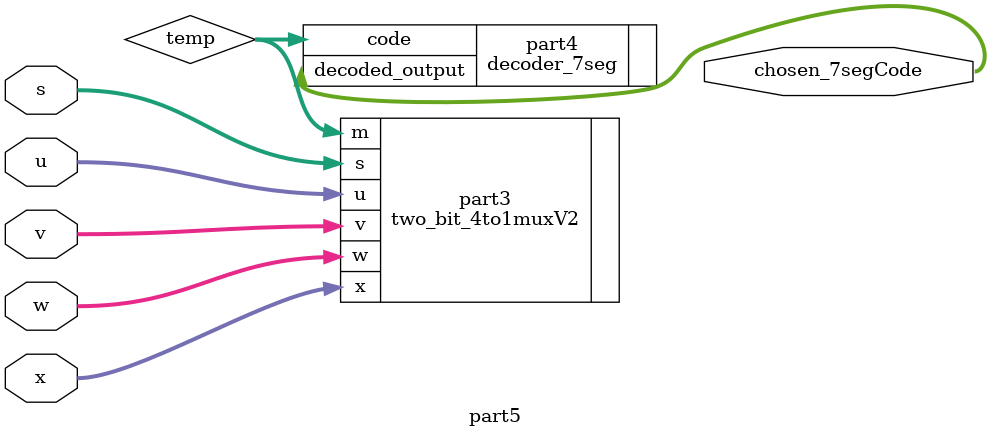
<source format=v>
module part5 (s,u,v,w,x,chosen_7segCode);
 
	input[1:0] s;
	input[1:0] u, v, w, x;
	output[6:0] chosen_7segCode;
	
	wire[1:0] temp;
	
	/* need to connect an instance of two_bit_4to1mux or
	two_bit_4to1muxV2 (named part3) to an instance of decoder_7seg
	named part4. 
	
	Use the wire 2-bit called temp to connect them 
	(note output of two_bit_4to1mux is 2-bit, input to decoder_7seg is 
	2-bit)
	*/
	
	two_bit_4to1muxV2 part3(
	.s(s),
	.u(u),
	.v(v),
	.w(w),
	.x(x),
	.m(temp)
	);
	
	decoder_7seg part4(
	.code(temp),
	.decoded_output(chosen_7segCode)
	);
	
	
	// Complete your choice of the following
	//two_bit_4to1mux part3(.s(),...);
	//two_bit_4to1muxV2 part3(.s(),...);
	//decoder_7seg part4(.code());

endmodule

</source>
